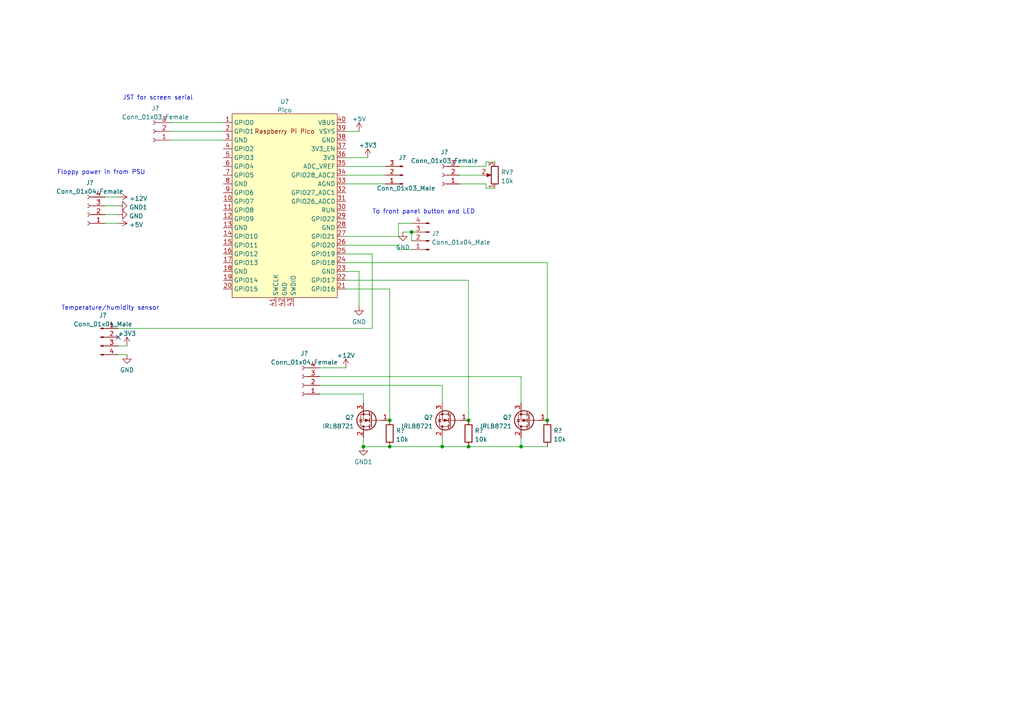
<source format=kicad_sch>
(kicad_sch (version 20211123) (generator eeschema)
  (paper "A4")
  (lib_symbols
    (symbol "Connector:Conn_01x03_Female" (pin_names (offset 1.016) hide)
      (property "Reference" "J" (at 0 5.08 0))
      (property "Value" "Conn_01x03_Female" (at 0 -5.08 0))
      (symbol "Conn_01x03_Female_1_1"
        (arc (start 0 -2.032) (mid -0.508 -2.54) (end 0 -3.048) (stroke (width 0.1524)))
        (polyline (pts (xy -1.27 -2.54) (xy -0.508 -2.54)) (stroke (width 0.1524)))
        (polyline (pts (xy -1.27 0) (xy -0.508 0)) (stroke (width 0.1524)))
        (polyline (pts (xy -1.27 2.54) (xy -0.508 2.54)) (stroke (width 0.1524)))
        (arc (start 0 0.508) (mid -0.508 0) (end 0 -0.508) (stroke (width 0.1524)))
        (arc (start 0 3.048) (mid -0.508 2.54) (end 0 2.032) (stroke (width 0.1524)))
        (pin passive line (at -5.08 2.54 0) (length 3.81) (name "Pin_1") (number "1"))
        (pin passive line (at -5.08 0 0) (length 3.81) (name "Pin_2") (number "2"))
        (pin passive line (at -5.08 -2.54 0) (length 3.81) (name "Pin_3") (number "3"))
      )
    )
    (symbol "Connector:Conn_01x03_Male" (pin_names (offset 1.016) hide)
      (property "Reference" "J" (at 0 5.08 0))
      (property "Value" "Conn_01x03_Male" (at 0 -5.08 0))
      (symbol "Conn_01x03_Male_1_1"
        (polyline (pts (xy 1.27 -2.54) (xy 0.8636 -2.54)) (stroke (width 0.1524)))
        (polyline (pts (xy 1.27 0) (xy 0.8636 0)) (stroke (width 0.1524)))
        (polyline (pts (xy 1.27 2.54) (xy 0.8636 2.54)) (stroke (width 0.1524)))
        (rectangle (start 0.8636 -2.413) (end 0 -2.667) (stroke (width 0.1524)) (fill (type outline)))
        (rectangle (start 0.8636 0.127) (end 0 -0.127) (stroke (width 0.1524)) (fill (type outline)))
        (rectangle (start 0.8636 2.667) (end 0 2.413) (stroke (width 0.1524)) (fill (type outline)))
        (pin passive line (at 5.08 2.54 180) (length 3.81) (name "Pin_1") (number "1"))
        (pin passive line (at 5.08 0 180) (length 3.81) (name "Pin_2") (number "2"))
        (pin passive line (at 5.08 -2.54 180) (length 3.81) (name "Pin_3") (number "3"))
      )
    )
    (symbol "Connector:Conn_01x04_Female" (pin_names (offset 1.016) hide)
      (property "Reference" "J" (at 0 5.08 0))
      (property "Value" "Conn_01x04_Female" (at 0 -7.62 0))
      (symbol "Conn_01x04_Female_1_1"
        (arc (start 0 -4.572) (mid -0.508 -5.08) (end 0 -5.588) (stroke (width 0.1524)))
        (arc (start 0 -2.032) (mid -0.508 -2.54) (end 0 -3.048) (stroke (width 0.1524)))
        (polyline (pts (xy -1.27 -5.08) (xy -0.508 -5.08)) (stroke (width 0.1524)))
        (polyline (pts (xy -1.27 -2.54) (xy -0.508 -2.54)) (stroke (width 0.1524)))
        (polyline (pts (xy -1.27 0) (xy -0.508 0)) (stroke (width 0.1524)))
        (polyline (pts (xy -1.27 2.54) (xy -0.508 2.54)) (stroke (width 0.1524)))
        (arc (start 0 0.508) (mid -0.508 0) (end 0 -0.508) (stroke (width 0.1524)))
        (arc (start 0 3.048) (mid -0.508 2.54) (end 0 2.032) (stroke (width 0.1524)))
        (pin passive line (at -5.08 2.54 0) (length 3.81) (name "Pin_1") (number "1"))
        (pin passive line (at -5.08 0 0) (length 3.81) (name "Pin_2") (number "2"))
        (pin passive line (at -5.08 -2.54 0) (length 3.81) (name "Pin_3") (number "3"))
        (pin passive line (at -5.08 -5.08 0) (length 3.81) (name "Pin_4") (number "4"))
      )
    )
    (symbol "Connector:Conn_01x04_Male" (pin_names (offset 1.016) hide)
      (property "Reference" "J" (at 0 5.08 0))
      (property "Value" "Conn_01x04_Male" (at 0 -7.62 0))
      (symbol "Conn_01x04_Male_1_1"
        (polyline (pts (xy 1.27 -5.08) (xy 0.8636 -5.08)) (stroke (width 0.1524)))
        (polyline (pts (xy 1.27 -2.54) (xy 0.8636 -2.54)) (stroke (width 0.1524)))
        (polyline (pts (xy 1.27 0) (xy 0.8636 0)) (stroke (width 0.1524)))
        (polyline (pts (xy 1.27 2.54) (xy 0.8636 2.54)) (stroke (width 0.1524)))
        (rectangle (start 0.8636 -4.953) (end 0 -5.207) (stroke (width 0.1524)) (fill (type outline)))
        (rectangle (start 0.8636 -2.413) (end 0 -2.667) (stroke (width 0.1524)) (fill (type outline)))
        (rectangle (start 0.8636 0.127) (end 0 -0.127) (stroke (width 0.1524)) (fill (type outline)))
        (rectangle (start 0.8636 2.667) (end 0 2.413) (stroke (width 0.1524)) (fill (type outline)))
        (pin passive line (at 5.08 2.54 180) (length 3.81) (name "Pin_1") (number "1"))
        (pin passive line (at 5.08 0 180) (length 3.81) (name "Pin_2") (number "2"))
        (pin passive line (at 5.08 -2.54 180) (length 3.81) (name "Pin_3") (number "3"))
        (pin passive line (at 5.08 -5.08 180) (length 3.81) (name "Pin_4") (number "4"))
      )
    )
    (symbol "Device:R" (pin_numbers hide) (pin_names (offset 0))
      (property "Reference" "R" (at 2.032 0 90))
      (property "Value" "R" (at 0 0 90))
      (symbol "R_0_1"
        (rectangle (start -1.016 -2.54) (end 1.016 2.54) (stroke (width 0.254)))
      )
      (symbol "R_1_1"
        (pin passive line (at 0 3.81 270) (length 1.27) (name "~") (number "1"))
        (pin passive line (at 0 -3.81 90) (length 1.27) (name "~") (number "2"))
      )
    )
    (symbol "Device:R_Potentiometer" (pin_names (offset 1.016) hide)
      (property "Reference" "RV" (at -4.445 0 90))
      (property "Value" "R_Potentiometer" (at -2.54 0 90))
      (symbol "R_Potentiometer_0_1"
        (polyline (pts (xy 2.54 0) (xy 1.524 0)))
        (polyline (pts (xy 1.143 0) (xy 2.286 0.508) (xy 2.286 -0.508) (xy 1.143 0)) (fill (type outline)))
        (rectangle (start 1.016 2.54) (end -1.016 -2.54) (stroke (width 0.254)))
      )
      (symbol "R_Potentiometer_1_1"
        (pin passive line (at 0 3.81 270) (length 1.27) (name "1") (number "1"))
        (pin passive line (at 3.81 0 180) (length 1.27) (name "2") (number "2"))
        (pin passive line (at 0 -3.81 90) (length 1.27) (name "3") (number "3"))
      )
    )
    (symbol "MCU_Module:Pico"
      (property "Reference" "U" (at -13.97 27.94 0))
      (property "Value" "Pico" (at 0 19.05 0))
      (symbol "Pico_0_0"
        (text "Raspberry Pi Pico" (at 0 21.59 0) (effects (font (size 1.27 1.27))))
      )
      (symbol "Pico_0_1"
        (rectangle (start -15.24 26.67) (end 15.24 -26.67) (fill (type background)))
      )
      (symbol "Pico_1_1"
        (pin bidirectional line (at -17.78 24.13 0) (length 2.54) (name "GPIO0") (number "1"))
        (pin bidirectional line (at -17.78 1.27 0) (length 2.54) (name "GPIO7") (number "10"))
        (pin bidirectional line (at -17.78 -1.27 0) (length 2.54) (name "GPIO8") (number "11"))
        (pin bidirectional line (at -17.78 -3.81 0) (length 2.54) (name "GPIO9") (number "12"))
        (pin power_in line (at -17.78 -6.35 0) (length 2.54) (name "GND") (number "13"))
        (pin bidirectional line (at -17.78 -8.89 0) (length 2.54) (name "GPIO10") (number "14"))
        (pin bidirectional line (at -17.78 -11.43 0) (length 2.54) (name "GPIO11") (number "15"))
        (pin bidirectional line (at -17.78 -13.97 0) (length 2.54) (name "GPIO12") (number "16"))
        (pin bidirectional line (at -17.78 -16.51 0) (length 2.54) (name "GPIO13") (number "17"))
        (pin power_in line (at -17.78 -19.05 0) (length 2.54) (name "GND") (number "18"))
        (pin bidirectional line (at -17.78 -21.59 0) (length 2.54) (name "GPIO14") (number "19"))
        (pin bidirectional line (at -17.78 21.59 0) (length 2.54) (name "GPIO1") (number "2"))
        (pin bidirectional line (at -17.78 -24.13 0) (length 2.54) (name "GPIO15") (number "20"))
        (pin bidirectional line (at 17.78 -24.13 180) (length 2.54) (name "GPIO16") (number "21"))
        (pin bidirectional line (at 17.78 -21.59 180) (length 2.54) (name "GPIO17") (number "22"))
        (pin power_in line (at 17.78 -19.05 180) (length 2.54) (name "GND") (number "23"))
        (pin bidirectional line (at 17.78 -16.51 180) (length 2.54) (name "GPIO18") (number "24"))
        (pin bidirectional line (at 17.78 -13.97 180) (length 2.54) (name "GPIO19") (number "25"))
        (pin bidirectional line (at 17.78 -11.43 180) (length 2.54) (name "GPIO20") (number "26"))
        (pin bidirectional line (at 17.78 -8.89 180) (length 2.54) (name "GPIO21") (number "27"))
        (pin power_in line (at 17.78 -6.35 180) (length 2.54) (name "GND") (number "28"))
        (pin bidirectional line (at 17.78 -3.81 180) (length 2.54) (name "GPIO22") (number "29"))
        (pin power_in line (at -17.78 19.05 0) (length 2.54) (name "GND") (number "3"))
        (pin input line (at 17.78 -1.27 180) (length 2.54) (name "RUN") (number "30"))
        (pin bidirectional line (at 17.78 1.27 180) (length 2.54) (name "GPIO26_ADC0") (number "31"))
        (pin bidirectional line (at 17.78 3.81 180) (length 2.54) (name "GPIO27_ADC1") (number "32"))
        (pin power_in line (at 17.78 6.35 180) (length 2.54) (name "AGND") (number "33"))
        (pin bidirectional line (at 17.78 8.89 180) (length 2.54) (name "GPIO28_ADC2") (number "34"))
        (pin power_in line (at 17.78 11.43 180) (length 2.54) (name "ADC_VREF") (number "35"))
        (pin power_in line (at 17.78 13.97 180) (length 2.54) (name "3V3") (number "36"))
        (pin input line (at 17.78 16.51 180) (length 2.54) (name "3V3_EN") (number "37"))
        (pin bidirectional line (at 17.78 19.05 180) (length 2.54) (name "GND") (number "38"))
        (pin power_in line (at 17.78 21.59 180) (length 2.54) (name "VSYS") (number "39"))
        (pin bidirectional line (at -17.78 16.51 0) (length 2.54) (name "GPIO2") (number "4"))
        (pin power_in line (at 17.78 24.13 180) (length 2.54) (name "VBUS") (number "40"))
        (pin input line (at -2.54 -29.21 90) (length 2.54) (name "SWCLK") (number "41"))
        (pin power_in line (at 0 -29.21 90) (length 2.54) (name "GND") (number "42"))
        (pin bidirectional line (at 2.54 -29.21 90) (length 2.54) (name "SWDIO") (number "43"))
        (pin bidirectional line (at -17.78 13.97 0) (length 2.54) (name "GPIO3") (number "5"))
        (pin bidirectional line (at -17.78 11.43 0) (length 2.54) (name "GPIO4") (number "6"))
        (pin bidirectional line (at -17.78 8.89 0) (length 2.54) (name "GPIO5") (number "7"))
        (pin power_in line (at -17.78 6.35 0) (length 2.54) (name "GND") (number "8"))
        (pin bidirectional line (at -17.78 3.81 0) (length 2.54) (name "GPIO6") (number "9"))
      )
    )
    (symbol "Transistor_FET:IRLB8721PBF" (pin_names hide)
      (property "Reference" "Q" (at 6.35 1.905 0))
      (property "Value" "IRLB8721PBF" (at 6.35 0 0))
      (symbol "IRLB8721PBF_0_1"
        (polyline (pts (xy 0.254 0) (xy -2.54 0)))
        (polyline (pts (xy 0.254 1.905) (xy 0.254 -1.905)) (stroke (width 0.254)))
        (polyline (pts (xy 0.762 -1.27) (xy 0.762 -2.286)) (stroke (width 0.254)))
        (polyline (pts (xy 0.762 0.508) (xy 0.762 -0.508)) (stroke (width 0.254)))
        (polyline (pts (xy 0.762 2.286) (xy 0.762 1.27)) (stroke (width 0.254)))
        (polyline (pts (xy 2.54 2.54) (xy 2.54 1.778)))
        (polyline (pts (xy 2.54 -2.54) (xy 2.54 0) (xy 0.762 0)))
        (polyline (pts (xy 0.762 -1.778) (xy 3.302 -1.778) (xy 3.302 1.778) (xy 0.762 1.778)))
        (polyline (pts (xy 1.016 0) (xy 2.032 0.381) (xy 2.032 -0.381) (xy 1.016 0)) (fill (type outline)))
        (polyline (pts (xy 2.794 0.508) (xy 2.921 0.381) (xy 3.683 0.381) (xy 3.81 0.254)))
        (polyline (pts (xy 3.302 0.381) (xy 2.921 -0.254) (xy 3.683 -0.254) (xy 3.302 0.381)))
        (circle (center 1.651 0) (radius 2.794) (stroke (width 0.254)))
        (circle (center 2.54 -1.778) (radius 0.254) (fill (type outline)))
        (circle (center 2.54 1.778) (radius 0.254) (fill (type outline)))
      )
      (symbol "IRLB8721PBF_1_1"
        (pin input line (at -5.08 0 0) (length 2.54) (name "G") (number "1"))
        (pin passive line (at 2.54 5.08 270) (length 2.54) (name "D") (number "2"))
        (pin passive line (at 2.54 -5.08 90) (length 2.54) (name "S") (number "3"))
      )
    )
    (symbol "power:+12V" (power) (pin_names (offset 0))
      (property "Value" "+12V" (at 0 3.556 0))
      (symbol "+12V_0_1"
        (polyline (pts (xy -0.762 1.27) (xy 0 2.54)))
        (polyline (pts (xy 0 0) (xy 0 2.54)))
        (polyline (pts (xy 0 2.54) (xy 0.762 1.27)))
      )
      (symbol "+12V_1_1"
        (pin power_in line (at 0 0 90) (length 0) hide (name "+12V") (number "1"))
      )
    )
    (symbol "power:+3V3" (power) (pin_names (offset 0))
      (property "Value" "+3V3" (at 0 3.556 0))
      (symbol "+3V3_0_1"
        (polyline (pts (xy -0.762 1.27) (xy 0 2.54)))
        (polyline (pts (xy 0 0) (xy 0 2.54)))
        (polyline (pts (xy 0 2.54) (xy 0.762 1.27)))
      )
      (symbol "+3V3_1_1"
        (pin power_in line (at 0 0 90) (length 0) hide (name "+3V3") (number "1"))
      )
    )
    (symbol "power:+5V" (power) (pin_names (offset 0))
      (property "Value" "+5V" (at 0 3.556 0))
      (symbol "+5V_0_1"
        (polyline (pts (xy -0.762 1.27) (xy 0 2.54)))
        (polyline (pts (xy 0 0) (xy 0 2.54)))
        (polyline (pts (xy 0 2.54) (xy 0.762 1.27)))
      )
      (symbol "+5V_1_1"
        (pin power_in line (at 0 0 90) (length 0) hide (name "+5V") (number "1"))
      )
    )
    (symbol "power:GND" (power) (pin_names (offset 0))
      (property "Value" "GND" (at 0 -3.81 0))
      (symbol "GND_0_1"
        (polyline (pts (xy 0 0) (xy 0 -1.27) (xy 1.27 -1.27) (xy 0 -2.54) (xy -1.27 -1.27) (xy 0 -1.27)))
      )
      (symbol "GND_1_1"
        (pin power_in line (at 0 0 270) (length 0) hide (name "GND") (number "1"))
      )
    )
    (symbol "power:GND1" (power) (pin_names (offset 0))
      (property "Value" "GND1" (at 0 -3.81 0))
      (symbol "GND1_0_1"
        (polyline (pts (xy 0 0) (xy 0 -1.27) (xy 1.27 -1.27) (xy 0 -2.54) (xy -1.27 -1.27) (xy 0 -1.27)))
      )
      (symbol "GND1_1_1"
        (pin power_in line (at 0 0 270) (length 0) hide (name "GND1") (number "1"))
      )
    )
  )
  (junction (at 105.41 129.54))
  (junction (at 113.03 129.54))
  (junction (at 113.03 121.92))
  (junction (at 158.75 121.92))
  (junction (at 151.13 129.54))
  (junction (at 128.27 129.54))
  (junction (at 119.38 67.31))
  (junction (at 135.89 129.54))
  (junction (at 135.89 121.92))
  (no_connect (at 34.29 97.79))
  (wire (pts (xy 34.29 100.33) (xy 36.83 100.33)))
  (wire (pts (xy 128.27 111.76) (xy 128.27 116.84)))
  (wire (pts (xy 135.89 81.28) (xy 135.89 121.92)))
  (wire (pts (xy 140.97 54.61) (xy 143.51 54.61)))
  (wire (pts (xy 92.71 106.68) (xy 100.33 106.68)))
  (wire (pts (xy 34.29 102.87) (xy 36.83 102.87)))
  (wire (pts (xy 30.48 62.23) (xy 34.29 62.23)))
  (wire (pts (xy 100.33 53.34) (xy 111.76 53.34)))
  (wire (pts (xy 92.71 114.3) (xy 105.41 114.3)))
  (wire (pts (xy 133.35 53.34) (xy 140.97 53.34)))
  (wire (pts (xy 100.33 68.58) (xy 115.57 68.58)))
  (wire (pts (xy 113.03 83.82) (xy 113.03 121.92)))
  (wire (pts (xy 100.33 83.82) (xy 113.03 83.82)))
  (wire (pts (xy 100.33 81.28) (xy 135.89 81.28)))
  (wire (pts (xy 30.48 59.69) (xy 34.29 59.69)))
  (wire (pts (xy 119.38 67.31) (xy 119.38 69.85)))
  (wire (pts (xy 100.33 45.72) (xy 106.68 45.72)))
  (wire (pts (xy 140.97 48.26) (xy 140.97 46.99)))
  (wire (pts (xy 100.33 78.74) (xy 104.14 78.74)))
  (wire (pts (xy 49.53 40.64) (xy 64.77 40.64)))
  (wire (pts (xy 100.33 71.12) (xy 115.57 71.12)))
  (wire (pts (xy 133.35 50.8) (xy 139.7 50.8)))
  (wire (pts (xy 30.48 57.15) (xy 34.29 57.15)))
  (wire (pts (xy 115.57 72.39) (xy 119.38 72.39)))
  (wire (pts (xy 151.13 127) (xy 151.13 129.54)))
  (wire (pts (xy 151.13 129.54) (xy 158.75 129.54)))
  (wire (pts (xy 151.13 129.54) (xy 135.89 129.54)))
  (wire (pts (xy 158.75 76.2) (xy 158.75 121.92)))
  (wire (pts (xy 116.84 67.31) (xy 119.38 67.31)))
  (wire (pts (xy 135.89 129.54) (xy 128.27 129.54)))
  (wire (pts (xy 107.95 95.25) (xy 34.29 95.25)))
  (wire (pts (xy 92.71 111.76) (xy 128.27 111.76)))
  (wire (pts (xy 49.53 38.1) (xy 64.77 38.1)))
  (wire (pts (xy 115.57 71.12) (xy 115.57 72.39)))
  (wire (pts (xy 105.41 127) (xy 105.41 129.54)))
  (wire (pts (xy 104.14 78.74) (xy 104.14 88.9)))
  (wire (pts (xy 49.53 35.56) (xy 64.77 35.56)))
  (wire (pts (xy 92.71 109.22) (xy 151.13 109.22)))
  (wire (pts (xy 100.33 48.26) (xy 111.76 48.26)))
  (wire (pts (xy 115.57 64.77) (xy 119.38 64.77)))
  (wire (pts (xy 151.13 109.22) (xy 151.13 116.84)))
  (wire (pts (xy 140.97 46.99) (xy 143.51 46.99)))
  (wire (pts (xy 115.57 68.58) (xy 115.57 64.77)))
  (wire (pts (xy 107.95 73.66) (xy 107.95 95.25)))
  (wire (pts (xy 100.33 50.8) (xy 111.76 50.8)))
  (wire (pts (xy 100.33 73.66) (xy 107.95 73.66)))
  (wire (pts (xy 128.27 129.54) (xy 113.03 129.54)))
  (wire (pts (xy 128.27 127) (xy 128.27 129.54)))
  (wire (pts (xy 100.33 76.2) (xy 158.75 76.2)))
  (wire (pts (xy 140.97 53.34) (xy 140.97 54.61)))
  (wire (pts (xy 133.35 48.26) (xy 140.97 48.26)))
  (wire (pts (xy 100.33 38.1) (xy 104.14 38.1)))
  (wire (pts (xy 113.03 129.54) (xy 105.41 129.54)))
  (wire (pts (xy 30.48 64.77) (xy 34.29 64.77)))
  (wire (pts (xy 105.41 114.3) (xy 105.41 116.84)))
  (text "JST for screen serial" (at 35.56 29.21 0) (effects (font (size 1.27 1.27)) (justify left bottom)))
  (text "To front panel button and LED\n" (at 107.95 62.23 0) (effects (font (size 1.27 1.27)) (justify left bottom)))
  (text "Floppy power in from PSU" (at 16.51 50.8 0) (effects (font (size 1.27 1.27)) (justify left bottom)))
  (text "Temperature/humidity sensor\n" (at 17.78 90.17 0) (effects (font (size 1.27 1.27)) (justify left bottom)))
  (symbol (lib_id "Connector:Conn_01x04_Male") (at 124.46 69.85 180) (unit 1)
    (property "Reference" "J?" (at 125.1712 67.7453 0) (effects (justify right)))
    (property "Value" "Conn_01x04_Male" (at 125.1712 70.2822 0) (effects (justify right)))
  )
  (symbol (lib_id "Transistor_FET:IRLB8721PBF") (at 130.81 121.92 180) (unit 1)
    (property "Reference" "Q?" (at 125.603 121.0853 0) (effects (justify left)))
    (property "Value" "IRLB8721" (at 125.603 123.6222 0) (effects (justify left)))
    (property "Footprint" "Package_TO_SOT_THT:TO-220-3_Vertical" (effects hide))
    (property "Datasheet" "http://www.infineon.com/dgdl/irlb8721pbf.pdf?fileId=5546d462533600a40153566056732591" (effects hide))
  )
  (symbol (lib_id "Connector:Conn_01x04_Female") (at 87.63 111.76 180) (unit 1)
    (property "Reference" "J?" (at 88.265 102.523 0))
    (property "Value" "Conn_01x04_Female" (at 88.265 105.0599 0))
  )
  (symbol (lib_id "Device:R_Potentiometer") (at 143.51 50.8 180) (unit 1)
    (property "Reference" "RV?" (at 145.288 49.9653 0) (effects (justify right)))
    (property "Value" "10k" (at 145.288 52.5022 0) (effects (justify right)))
  )
  (symbol (lib_id "Transistor_FET:IRLB8721PBF") (at 107.95 121.92 180) (unit 1)
    (property "Reference" "Q?" (at 102.743 121.0853 0) (effects (justify left)))
    (property "Value" "IRLB8721" (at 102.743 123.6222 0) (effects (justify left)))
    (property "Footprint" "Package_TO_SOT_THT:TO-220-3_Vertical" (effects hide))
    (property "Datasheet" "http://www.infineon.com/dgdl/irlb8721pbf.pdf?fileId=5546d462533600a40153566056732591" (effects hide))
  )
  (symbol (lib_id "power:GND") (at 36.83 102.87 0) (unit 1)
    (property "Reference" "#PWR?" (effects hide))
    (property "Value" "GND" (at 36.83 107.3134 0))
  )
  (symbol (lib_id "power:+5V") (at 34.29 64.77 270) (unit 1)
    (property "Reference" "#PWR?" (effects hide))
    (property "Value" "+5V" (at 37.465 65.2038 90) (effects (justify left)))
  )
  (symbol (lib_id "Connector:Conn_01x04_Female") (at 25.4 62.23 180) (unit 1)
    (property "Reference" "J?" (at 26.035 52.993 0))
    (property "Value" "Conn_01x04_Female" (at 26.035 55.5299 0))
  )
  (symbol (lib_id "power:+5V") (at 104.14 38.1 0) (unit 1)
    (property "Reference" "#PWR?" (effects hide))
    (property "Value" "+5V" (at 104.14 34.5242 0))
  )
  (symbol (lib_id "power:+3V3") (at 106.68 45.72 0) (unit 1)
    (property "Reference" "#PWR?" (effects hide))
    (property "Value" "+3V3" (at 106.68 42.1442 0))
  )
  (symbol (lib_id "Connector:Conn_01x04_Male") (at 29.21 97.79 0) (unit 1)
    (property "Reference" "J?" (at 29.845 91.474 0))
    (property "Value" "Conn_01x04_Male" (at 29.845 94.0109 0))
  )
  (symbol (lib_id "power:GND") (at 34.29 62.23 90) (unit 1)
    (property "Reference" "#PWR?" (effects hide))
    (property "Value" "GND" (at 37.465 62.6638 90) (effects (justify right)))
  )
  (symbol (lib_id "Device:R") (at 135.89 125.73 0) (unit 1)
    (property "Reference" "R?" (at 137.668 124.8953 0) (effects (justify left)))
    (property "Value" "10k" (at 137.668 127.4322 0) (effects (justify left)))
  )
  (symbol (lib_id "Connector:Conn_01x03_Female") (at 128.27 50.8 180) (unit 1)
    (property "Reference" "J?" (at 128.905 44.103 0))
    (property "Value" "Conn_01x03_Female" (at 128.905 46.6399 0))
  )
  (symbol (lib_id "power:GND1") (at 105.41 129.54 0) (unit 1)
    (property "Reference" "#PWR?" (effects hide))
    (property "Value" "GND1" (at 105.41 133.9834 0))
  )
  (symbol (lib_id "power:+3V3") (at 36.83 100.33 0) (unit 1)
    (property "Reference" "#PWR?" (effects hide))
    (property "Value" "+3V3" (at 36.83 96.7542 0))
  )
  (symbol (lib_id "power:+12V") (at 100.33 106.68 0) (unit 1)
    (property "Reference" "#PWR?" (effects hide))
    (property "Value" "+12V" (at 100.33 103.1042 0))
  )
  (symbol (lib_id "Transistor_FET:IRLB8721PBF") (at 153.67 121.92 180) (unit 1)
    (property "Reference" "Q?" (at 148.463 121.0853 0) (effects (justify left)))
    (property "Value" "IRLB8721" (at 148.463 123.6222 0) (effects (justify left)))
    (property "Footprint" "Package_TO_SOT_THT:TO-220-3_Vertical" (effects hide))
    (property "Datasheet" "http://www.infineon.com/dgdl/irlb8721pbf.pdf?fileId=5546d462533600a40153566056732591" (effects hide))
  )
  (symbol (lib_id "power:+12V") (at 34.29 57.15 270) (unit 1)
    (property "Reference" "#PWR?" (effects hide))
    (property "Value" "+12V" (at 37.465 57.5838 90) (effects (justify left)))
  )
  (symbol (lib_id "Connector:Conn_01x03_Male") (at 116.84 50.8 180) (unit 1)
    (property "Reference" "J?" (at 115.57 45.72 0) (effects (justify right)))
    (property "Value" "Conn_01x03_Male" (at 109.22 54.61 0) (effects (justify right)))
  )
  (symbol (lib_id "power:GND") (at 116.84 67.31 0) (unit 1)
    (property "Reference" "#PWR?" (effects hide))
    (property "Value" "GND" (at 116.84 71.7534 0))
  )
  (symbol (lib_id "Device:R") (at 113.03 125.73 0) (unit 1)
    (property "Reference" "R?" (at 114.808 124.8953 0) (effects (justify left)))
    (property "Value" "10k" (at 114.808 127.4322 0) (effects (justify left)))
  )
  (symbol (lib_id "Connector:Conn_01x03_Female") (at 44.45 38.1 180) (unit 1)
    (property "Reference" "J?" (at 45.085 31.403 0))
    (property "Value" "Conn_01x03_Female" (at 45.085 33.9399 0))
  )
  (symbol (lib_id "Device:R") (at 158.75 125.73 0) (unit 1)
    (property "Reference" "R?" (at 160.528 124.8953 0) (effects (justify left)))
    (property "Value" "10k" (at 160.528 127.4322 0) (effects (justify left)))
  )
  (symbol (lib_id "power:GND1") (at 34.29 59.69 90) (unit 1)
    (property "Reference" "#PWR?" (effects hide))
    (property "Value" "GND1" (at 37.465 60.1238 90) (effects (justify right)))
  )
  (symbol (lib_id "MCU_Module:Pico") (at 82.55 59.69 0) (unit 1)
    (property "Reference" "U?" (at 82.55 29.4472 0))
    (property "Value" "Pico" (at 82.55 31.9841 0))
    (property "Footprint" "RPi_Pico:RPi_Pico_SMD_TH" (effects hide))
  )
  (symbol (lib_id "power:GND") (at 104.14 88.9 0) (unit 1)
    (property "Reference" "#PWR?" (effects hide))
    (property "Value" "GND" (at 104.14 93.3434 0))
  )
)
</source>
